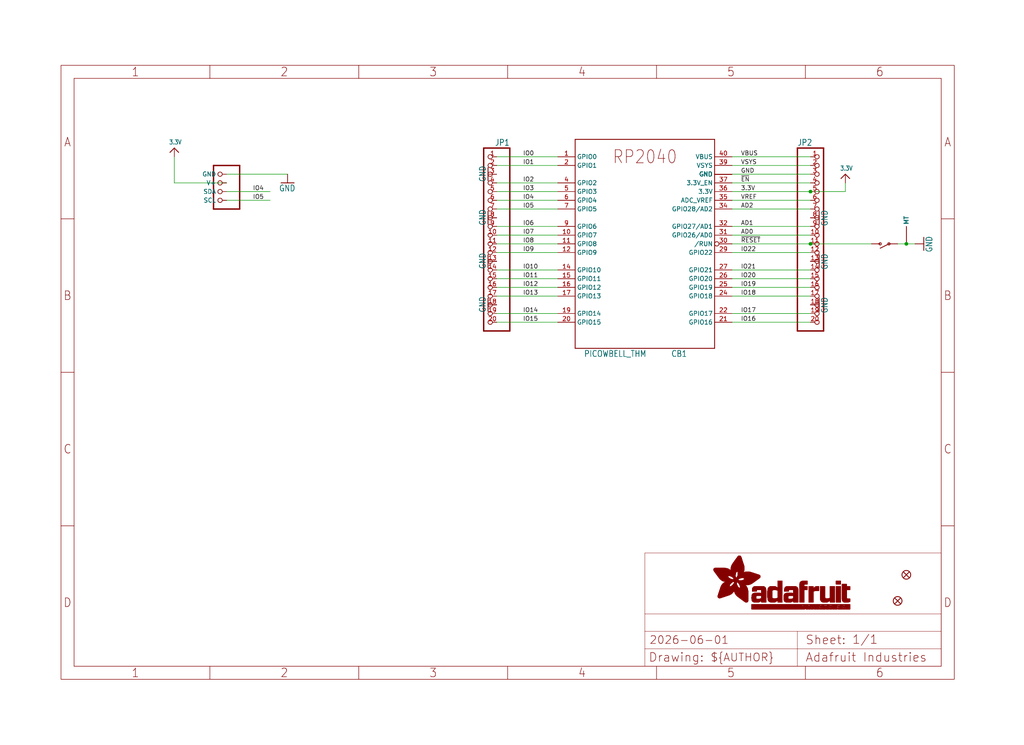
<source format=kicad_sch>
(kicad_sch (version 20230121) (generator eeschema)
  (paper "User" 298.45 217.322)
  (lib_symbols
    (symbol "working-eagle-import:3.3V" (power)
      (property "Value" "3.3V" (at -1.524 1.016 0))
      (symbol "3.3V_1_0"
        (pin power_in line (at 0 -2.54 90) (length 2.54) (name "3.3V") (number "1"))
      )
    )
    (symbol "working-eagle-import:FIDUCIAL_1MM")
    (symbol "working-eagle-import:FRAME_A4_ADAFRUIT"
      (symbol "FRAME_A4_ADAFRUIT_1_0"
        (text "${#}/${##}" (at 230.505 10.16 0) (effects (font (size 2.54 2.54)) (justify left bottom)))
        (text "${AUTHOR}" (at 189.23 5.08 0) (effects (font (size 2.286 2.286)) (justify left bottom)))
        (text "${CURRENT_DATE}" (at 171.45 10.16 0) (effects (font (size 2.286 2.286)) (justify left bottom)))
        (text "${PROJECTNAME}" (at 171.45 15.24 0) (effects (font (size 2.54 2.54)) (justify left bottom)))
        (text "1" (at 21.6958 1.905 0) (effects (font (size 2.54 2.286))))
        (text "1" (at 21.6958 177.165 0) (effects (font (size 2.54 2.286))))
        (text "2" (at 65.0875 1.905 0) (effects (font (size 2.54 2.286))))
        (text "2" (at 65.0875 177.165 0) (effects (font (size 2.54 2.286))))
        (text "3" (at 108.4792 1.905 0) (effects (font (size 2.54 2.286))))
        (text "3" (at 108.4792 177.165 0) (effects (font (size 2.54 2.286))))
        (text "4" (at 151.8708 1.905 0) (effects (font (size 2.54 2.286))))
        (text "4" (at 151.8708 177.165 0) (effects (font (size 2.54 2.286))))
        (text "5" (at 195.2625 1.905 0) (effects (font (size 2.54 2.286))))
        (text "5" (at 195.2625 177.165 0) (effects (font (size 2.54 2.286))))
        (text "6" (at 238.6542 1.905 0) (effects (font (size 2.54 2.286))))
        (text "6" (at 238.6542 177.165 0) (effects (font (size 2.54 2.286))))
        (text "A" (at 1.905 156.6863 0) (effects (font (size 2.54 2.286))))
        (text "A" (at 258.445 156.6863 0) (effects (font (size 2.54 2.286))))
        (text "Adafruit Industries" (at 216.916 4.953 0) (effects (font (size 2.54 2.54)) (justify left bottom)))
        (text "B" (at 1.905 111.9188 0) (effects (font (size 2.54 2.286))))
        (text "B" (at 258.445 111.9188 0) (effects (font (size 2.54 2.286))))
        (text "C" (at 1.905 67.1513 0) (effects (font (size 2.54 2.286))))
        (text "C" (at 258.445 67.1513 0) (effects (font (size 2.54 2.286))))
        (text "D" (at 1.905 22.3838 0) (effects (font (size 2.54 2.286))))
        (text "D" (at 258.445 22.3838 0) (effects (font (size 2.54 2.286))))
        (text "Drawing:" (at 171.196 4.953 0) (effects (font (size 2.54 2.54)) (justify left bottom)))
        (text "Sheet:" (at 216.916 10.033 0) (effects (font (size 2.54 2.54)) (justify left bottom)))
      )
    )
    (symbol "working-eagle-import:GND" (power)
      (property "Value" "GND" (at -2.54 -2.54 0))
      (symbol "GND_1_0"
        (pin power_in line (at 0 2.54 270) (length 2.54) (name "GND") (number "1"))
      )
    )
    (symbol "working-eagle-import:HEADER-1X20_70MIL"
      (property "Reference" "JP" (at -6.35 26.035 0))
      (symbol "HEADER-1X20_70MIL_1_0"
        (pin passive inverted (at -2.54 22.86 0) (length 2.54) (name "1") (number "1"))
        (pin passive inverted (at -2.54 0 0) (length 2.54) (name "10") (number "10"))
        (pin passive inverted (at -2.54 -2.54 0) (length 2.54) (name "11") (number "11"))
        (pin passive inverted (at -2.54 -5.08 0) (length 2.54) (name "12") (number "12"))
        (pin passive inverted (at -2.54 -7.62 0) (length 2.54) (name "13") (number "13"))
        (pin passive inverted (at -2.54 -10.16 0) (length 2.54) (name "14") (number "14"))
        (pin passive inverted (at -2.54 -12.7 0) (length 2.54) (name "15") (number "15"))
        (pin passive inverted (at -2.54 -15.24 0) (length 2.54) (name "16") (number "16"))
        (pin passive inverted (at -2.54 -17.78 0) (length 2.54) (name "17") (number "17"))
        (pin passive inverted (at -2.54 -20.32 0) (length 2.54) (name "18") (number "18"))
        (pin passive inverted (at -2.54 -22.86 0) (length 2.54) (name "19") (number "19"))
        (pin passive inverted (at -2.54 20.32 0) (length 2.54) (name "2") (number "2"))
        (pin passive inverted (at -2.54 -25.4 0) (length 2.54) (name "20") (number "20"))
        (pin passive inverted (at -2.54 17.78 0) (length 2.54) (name "3") (number "3"))
        (pin passive inverted (at -2.54 15.24 0) (length 2.54) (name "4") (number "4"))
        (pin passive inverted (at -2.54 12.7 0) (length 2.54) (name "5") (number "5"))
        (pin passive inverted (at -2.54 10.16 0) (length 2.54) (name "6") (number "6"))
        (pin passive inverted (at -2.54 7.62 0) (length 2.54) (name "7") (number "7"))
        (pin passive inverted (at -2.54 5.08 0) (length 2.54) (name "8") (number "8"))
        (pin passive inverted (at -2.54 2.54 0) (length 2.54) (name "9") (number "9"))
      )
    )
    (symbol "working-eagle-import:PICOWBELL_THM"
      (property "Reference" "CB" (at 7.62 -33.02 0))
      (symbol "PICOWBELL_THM_1_0"
        (text "RP2040" (at 0 25.4 0) (effects (font (size 3.81 3.2385))))
        (pin bidirectional line (at -25.4 25.4 0) (length 5.08) (name "GPIO0") (number "1"))
        (pin bidirectional line (at -25.4 2.54 0) (length 5.08) (name "GPIO7") (number "10"))
        (pin bidirectional line (at -25.4 0 0) (length 5.08) (name "GPIO8") (number "11"))
        (pin bidirectional line (at -25.4 -2.54 0) (length 5.08) (name "GPIO9") (number "12"))
        (pin power_in line (at 25.4 20.32 180) (length 5.08) (name "GND") (number "13"))
        (pin bidirectional line (at -25.4 -7.62 0) (length 5.08) (name "GPIO10") (number "14"))
        (pin bidirectional line (at -25.4 -10.16 0) (length 5.08) (name "GPIO11") (number "15"))
        (pin bidirectional line (at -25.4 -12.7 0) (length 5.08) (name "GPIO12") (number "16"))
        (pin bidirectional line (at -25.4 -15.24 0) (length 5.08) (name "GPIO13") (number "17"))
        (pin power_in line (at 25.4 20.32 180) (length 5.08) (name "GND") (number "18"))
        (pin bidirectional line (at -25.4 -20.32 0) (length 5.08) (name "GPIO14") (number "19"))
        (pin bidirectional line (at -25.4 22.86 0) (length 5.08) (name "GPIO1") (number "2"))
        (pin bidirectional line (at -25.4 -22.86 0) (length 5.08) (name "GPIO15") (number "20"))
        (pin bidirectional line (at 25.4 -22.86 180) (length 5.08) (name "GPIO16") (number "21"))
        (pin bidirectional line (at 25.4 -20.32 180) (length 5.08) (name "GPIO17") (number "22"))
        (pin power_in line (at 25.4 20.32 180) (length 5.08) (name "GND") (number "23"))
        (pin bidirectional line (at 25.4 -15.24 180) (length 5.08) (name "GPIO18") (number "24"))
        (pin bidirectional line (at 25.4 -12.7 180) (length 5.08) (name "GPIO19") (number "25"))
        (pin bidirectional line (at 25.4 -10.16 180) (length 5.08) (name "GPIO20") (number "26"))
        (pin bidirectional line (at 25.4 -7.62 180) (length 5.08) (name "GPIO21") (number "27"))
        (pin power_in line (at 25.4 20.32 180) (length 5.08) (name "GND") (number "28"))
        (pin bidirectional line (at 25.4 -2.54 180) (length 5.08) (name "GPIO22") (number "29"))
        (pin power_in line (at 25.4 20.32 180) (length 5.08) (name "GND") (number "3"))
        (pin bidirectional inverted (at 25.4 0 180) (length 5.08) (name "/RUN") (number "30"))
        (pin bidirectional line (at 25.4 2.54 180) (length 5.08) (name "GPIO26/AD0") (number "31"))
        (pin bidirectional line (at 25.4 5.08 180) (length 5.08) (name "GPIO27/AD1") (number "32"))
        (pin power_in line (at 25.4 20.32 180) (length 5.08) (name "GND") (number "33"))
        (pin bidirectional line (at 25.4 10.16 180) (length 5.08) (name "GPIO28/AD2") (number "34"))
        (pin passive line (at 25.4 12.7 180) (length 5.08) (name "ADC_VREF") (number "35"))
        (pin power_in line (at 25.4 15.24 180) (length 5.08) (name "3.3V") (number "36"))
        (pin passive line (at 25.4 17.78 180) (length 5.08) (name "3.3V_EN") (number "37"))
        (pin power_in line (at 25.4 20.32 180) (length 5.08) (name "GND") (number "38"))
        (pin power_in line (at 25.4 22.86 180) (length 5.08) (name "VSYS") (number "39"))
        (pin bidirectional line (at -25.4 17.78 0) (length 5.08) (name "GPIO2") (number "4"))
        (pin power_in line (at 25.4 25.4 180) (length 5.08) (name "VBUS") (number "40"))
        (pin bidirectional line (at -25.4 15.24 0) (length 5.08) (name "GPIO3") (number "5"))
        (pin bidirectional line (at -25.4 12.7 0) (length 5.08) (name "GPIO4") (number "6"))
        (pin bidirectional line (at -25.4 10.16 0) (length 5.08) (name "GPIO5") (number "7"))
        (pin power_in line (at 25.4 20.32 180) (length 5.08) (name "GND") (number "8"))
        (pin bidirectional line (at -25.4 5.08 0) (length 5.08) (name "GPIO6") (number "9"))
      )
    )
    (symbol "working-eagle-import:STEMMA_I2C_QT"
      (symbol "STEMMA_I2C_QT_1_0"
        (pin passive inverted (at 0 5.08 0) (length 2.54) (name "GND") (number "1"))
        (pin passive inverted (at 0 2.54 0) (length 2.54) (name "V+") (number "2"))
        (pin passive inverted (at 0 0 0) (length 2.54) (name "SDA") (number "3"))
        (pin passive inverted (at 0 -2.54 0) (length 2.54) (name "SCL") (number "4"))
      )
      (symbol "STEMMA_I2C_QT_2_0"
        (pin bidirectional line (at 0 0 0) (length 5.08) (name "MT") (number "MT1"))
      )
      (symbol "STEMMA_I2C_QT_3_0"
        (pin bidirectional line (at 0 0 0) (length 5.08) (name "MT") (number "MT2"))
      )
    )
    (symbol "working-eagle-import:SWITCH_SPST_MNT_TACT_RA"
      (symbol "SWITCH_SPST_MNT_TACT_RA_1_0"
        (pin passive line (at -5.08 0 0) (length 2.54) (name "P") (number "1"))
        (pin passive line (at 2.54 0 180) (length 2.54) (name "S") (number "2"))
      )
      (symbol "SWITCH_SPST_MNT_TACT_RA_2_0"
        (pin bidirectional line (at 0 0 0) (length 5.08) (name "MT") (number "MT1"))
        (pin bidirectional line (at 0 0 0) (length 5.08) (name "MT") (number "MT2"))
      )
    )
  )
  (junction (at 264.16 71.12))
  (junction (at 236.22 55.88))
  (junction (at 236.22 71.12))
  (wire (pts (xy 144.78 91.44) (xy 162.56 91.44)) (stroke (width 0.1524)))
  (wire (pts (xy 236.22 58.42) (xy 213.36 58.42)) (stroke (width 0.1524)))
  (wire (pts (xy 144.78 86.36) (xy 162.56 86.36)) (stroke (width 0.1524)))
  (wire (pts (xy 236.22 48.26) (xy 213.36 48.26)) (stroke (width 0.1524)))
  (wire (pts (xy 144.78 73.66) (xy 162.56 73.66)) (stroke (width 0.1524)))
  (wire (pts (xy 144.78 55.88) (xy 162.56 55.88)) (stroke (width 0.1524)))
  (wire (pts (xy 144.78 66.04) (xy 162.56 66.04)) (stroke (width 0.1524)))
  (wire (pts (xy 144.78 48.26) (xy 162.56 48.26)) (stroke (width 0.1524)))
  (wire (pts (xy 266.7 71.12) (xy 264.16 71.12)) (stroke (width 0.1524)))
  (wire (pts (xy 66.04 58.42) (xy 78.74 58.42)) (stroke (width 0.1524)))
  (wire (pts (xy 236.22 45.72) (xy 213.36 45.72)) (stroke (width 0.1524)))
  (wire (pts (xy 144.78 53.34) (xy 162.56 53.34)) (stroke (width 0.1524)))
  (wire (pts (xy 236.22 68.58) (xy 213.36 68.58)) (stroke (width 0.1524)))
  (wire (pts (xy 236.22 86.36) (xy 213.36 86.36)) (stroke (width 0.1524)))
  (wire (pts (xy 236.22 81.28) (xy 213.36 81.28)) (stroke (width 0.1524)))
  (wire (pts (xy 236.22 73.66) (xy 213.36 73.66)) (stroke (width 0.1524)))
  (wire (pts (xy 144.78 68.58) (xy 162.56 68.58)) (stroke (width 0.1524)))
  (wire (pts (xy 50.8 53.34) (xy 50.8 45.72)) (stroke (width 0.1524)))
  (wire (pts (xy 236.22 50.8) (xy 213.36 50.8)) (stroke (width 0.1524)))
  (wire (pts (xy 66.04 50.8) (xy 83.82 50.8)) (stroke (width 0.1524)))
  (wire (pts (xy 144.78 78.74) (xy 162.56 78.74)) (stroke (width 0.1524)))
  (wire (pts (xy 254 71.12) (xy 236.22 71.12)) (stroke (width 0.1524)))
  (wire (pts (xy 144.78 71.12) (xy 162.56 71.12)) (stroke (width 0.1524)))
  (wire (pts (xy 236.22 71.12) (xy 213.36 71.12)) (stroke (width 0.1524)))
  (wire (pts (xy 236.22 78.74) (xy 213.36 78.74)) (stroke (width 0.1524)))
  (wire (pts (xy 236.22 83.82) (xy 213.36 83.82)) (stroke (width 0.1524)))
  (wire (pts (xy 144.78 60.96) (xy 162.56 60.96)) (stroke (width 0.1524)))
  (wire (pts (xy 236.22 55.88) (xy 246.38 55.88)) (stroke (width 0.1524)))
  (wire (pts (xy 66.04 53.34) (xy 50.8 53.34)) (stroke (width 0.1524)))
  (wire (pts (xy 144.78 81.28) (xy 162.56 81.28)) (stroke (width 0.1524)))
  (wire (pts (xy 236.22 60.96) (xy 213.36 60.96)) (stroke (width 0.1524)))
  (wire (pts (xy 236.22 66.04) (xy 213.36 66.04)) (stroke (width 0.1524)))
  (wire (pts (xy 236.22 55.88) (xy 213.36 55.88)) (stroke (width 0.1524)))
  (wire (pts (xy 144.78 45.72) (xy 162.56 45.72)) (stroke (width 0.1524)))
  (wire (pts (xy 236.22 93.98) (xy 213.36 93.98)) (stroke (width 0.1524)))
  (wire (pts (xy 144.78 83.82) (xy 162.56 83.82)) (stroke (width 0.1524)))
  (wire (pts (xy 236.22 53.34) (xy 213.36 53.34)) (stroke (width 0.1524)))
  (wire (pts (xy 261.62 71.12) (xy 264.16 71.12)) (stroke (width 0.1524)))
  (wire (pts (xy 246.38 55.88) (xy 246.38 53.34)) (stroke (width 0.1524)))
  (wire (pts (xy 236.22 91.44) (xy 213.36 91.44)) (stroke (width 0.1524)))
  (wire (pts (xy 144.78 93.98) (xy 162.56 93.98)) (stroke (width 0.1524)))
  (wire (pts (xy 66.04 55.88) (xy 78.74 55.88)) (stroke (width 0.1524)))
  (wire (pts (xy 144.78 58.42) (xy 162.56 58.42)) (stroke (width 0.1524)))
  (label "GND" (at 215.9 50.8 0) (effects (font (size 1.2446 1.2446))))
  (label "IO11" (at 152.4 81.28 0) (effects (font (size 1.2446 1.2446))))
  (label "IO9" (at 152.4 73.66 0) (effects (font (size 1.2446 1.2446))))
  (label "IO22" (at 215.9 73.66 0) (effects (font (size 1.2446 1.2446))))
  (label "IO2" (at 152.4 53.34 0) (effects (font (size 1.2446 1.2446))))
  (label "~{EN}" (at 215.9 53.34 0) (effects (font (size 1.2446 1.2446))))
  (label "AD2" (at 215.9 60.96 0) (effects (font (size 1.2446 1.2446))))
  (label "IO18" (at 215.9 86.36 0) (effects (font (size 1.2446 1.2446))))
  (label "IO7" (at 152.4 68.58 0) (effects (font (size 1.2446 1.2446))))
  (label "IO10" (at 152.4 78.74 0) (effects (font (size 1.2446 1.2446))))
  (label "IO16" (at 215.9 93.98 0) (effects (font (size 1.2446 1.2446))))
  (label "VSYS" (at 215.9 48.26 0) (effects (font (size 1.2446 1.2446))))
  (label "VREF" (at 215.9 58.42 0) (effects (font (size 1.2446 1.2446))))
  (label "AD1" (at 215.9 66.04 0) (effects (font (size 1.2446 1.2446))))
  (label "3.3V" (at 215.9 55.88 0) (effects (font (size 1.2446 1.2446))))
  (label "IO8" (at 152.4 71.12 0) (effects (font (size 1.2446 1.2446))))
  (label "IO5" (at 73.66 58.42 0) (effects (font (size 1.2446 1.2446))))
  (label "IO6" (at 152.4 66.04 0) (effects (font (size 1.2446 1.2446))))
  (label "IO15" (at 152.4 93.98 0) (effects (font (size 1.2446 1.2446))))
  (label "IO5" (at 152.4 60.96 0) (effects (font (size 1.2446 1.2446))))
  (label "~{RESET}" (at 215.9 71.12 0) (effects (font (size 1.2446 1.2446))))
  (label "AD0" (at 215.9 68.58 0) (effects (font (size 1.2446 1.2446))))
  (label "IO19" (at 215.9 83.82 0) (effects (font (size 1.2446 1.2446))))
  (label "IO21" (at 215.9 78.74 0) (effects (font (size 1.2446 1.2446))))
  (label "IO17" (at 215.9 91.44 0) (effects (font (size 1.2446 1.2446))))
  (label "IO13" (at 152.4 86.36 0) (effects (font (size 1.2446 1.2446))))
  (label "IO12" (at 152.4 83.82 0) (effects (font (size 1.2446 1.2446))))
  (label "IO1" (at 152.4 48.26 0) (effects (font (size 1.2446 1.2446))))
  (label "IO4" (at 73.66 55.88 0) (effects (font (size 1.2446 1.2446))))
  (label "IO14" (at 152.4 91.44 0) (effects (font (size 1.2446 1.2446))))
  (label "IO20" (at 215.9 81.28 0) (effects (font (size 1.2446 1.2446))))
  (label "IO3" (at 152.4 55.88 0) (effects (font (size 1.2446 1.2446))))
  (label "IO4" (at 152.4 58.42 0) (effects (font (size 1.2446 1.2446))))
  (label "VBUS" (at 215.9 45.72 0) (effects (font (size 1.2446 1.2446))))
  (label "IO0" (at 152.4 45.72 0) (effects (font (size 1.2446 1.2446))))
  (symbol (lib_id "working-eagle-import:GND") (at 142.24 76.2 270) (unit 1)
    (property "Reference" "#GND5" (effects hide))
    (property "Value" "GND" (at 139.7 73.66 0) (effects (font (size 1.778 1.5113)) (justify left bottom)))
  )
  (symbol (lib_id "working-eagle-import:FIDUCIAL_1MM") (at 264.16 167.64 0) (unit 1)
    (property "Reference" "FID1" (effects hide))
    (property "Value" "FIDUCIAL_1MM" (effects hide))
    (property "Footprint" "working:FIDUCIAL_1MM" (effects hide))
  )
  (symbol (lib_id "working-eagle-import:FIDUCIAL_1MM") (at 261.62 175.26 0) (unit 1)
    (property "Reference" "FID2" (effects hide))
    (property "Value" "FIDUCIAL_1MM" (effects hide))
    (property "Footprint" "working:FIDUCIAL_1MM" (effects hide))
  )
  (symbol (lib_id "working-eagle-import:HEADER-1X20_70MIL") (at 142.24 68.58 0) (mirror y) (unit 1)
    (property "Reference" "JP1" (at 148.59 42.545 0) (effects (font (size 1.778 1.5113)) (justify left bottom)))
    (property "Value" "HEADER-1X20_70MIL" (effects hide))
    (property "Footprint" "working:1X20_ROUND_70MIL" (effects hide))
  )
  (symbol (lib_id "working-eagle-import:STEMMA_I2C_QT") (at 66.04 55.88 0) (mirror y) (unit 1)
    (property "Reference" "CONN1" (effects hide))
    (property "Value" "STEMMA_I2C_QT" (effects hide))
    (property "Footprint" "working:JST_SH4" (effects hide))
  )
  (symbol (lib_id "working-eagle-import:PICOWBELL_THM") (at 187.96 71.12 0) (unit 1)
    (property "Reference" "CB1" (at 195.58 104.14 0) (effects (font (size 1.778 1.5113)) (justify left bottom)))
    (property "Value" "PICOWBELL_THM" (at 170.18 104.14 0) (effects (font (size 1.778 1.5113)) (justify left bottom)))
    (property "Footprint" "working:PICOWBELL" (effects hide))
  )
  (symbol (lib_id "working-eagle-import:GND") (at 142.24 88.9 270) (unit 1)
    (property "Reference" "#GND4" (effects hide))
    (property "Value" "GND" (at 139.7 86.36 0) (effects (font (size 1.778 1.5113)) (justify left bottom)))
  )
  (symbol (lib_id "working-eagle-import:SWITCH_SPST_MNT_TACT_RA") (at 264.16 71.12 90) (unit 2)
    (property "Reference" "SW1" (effects hide))
    (property "Value" "RA Tact" (effects hide))
    (property "Footprint" "working:SPST_TACTILE_RA" (effects hide))
  )
  (symbol (lib_id "working-eagle-import:SWITCH_SPST_MNT_TACT_RA") (at 256.54 71.12 180) (unit 1)
    (property "Reference" "SW1" (effects hide))
    (property "Value" "RA Tact" (effects hide))
    (property "Footprint" "working:SPST_TACTILE_RA" (effects hide))
  )
  (symbol (lib_id "working-eagle-import:GND") (at 238.76 88.9 90) (unit 1)
    (property "Reference" "#GND3" (effects hide))
    (property "Value" "GND" (at 241.3 91.44 0) (effects (font (size 1.778 1.5113)) (justify left bottom)))
  )
  (symbol (lib_id "working-eagle-import:GND") (at 238.76 63.5 90) (unit 1)
    (property "Reference" "#GND1" (effects hide))
    (property "Value" "GND" (at 241.3 66.04 0) (effects (font (size 1.778 1.5113)) (justify left bottom)))
  )
  (symbol (lib_id "working-eagle-import:GND") (at 269.24 71.12 90) (unit 1)
    (property "Reference" "#GND8" (effects hide))
    (property "Value" "GND" (at 271.78 73.66 0) (effects (font (size 1.778 1.5113)) (justify left bottom)))
  )
  (symbol (lib_id "working-eagle-import:GND") (at 83.82 53.34 0) (unit 1)
    (property "Reference" "#GND9" (effects hide))
    (property "Value" "GND" (at 81.28 55.88 0) (effects (font (size 1.778 1.5113)) (justify left bottom)))
  )
  (symbol (lib_id "working-eagle-import:HEADER-1X20_70MIL") (at 238.76 68.58 0) (unit 1)
    (property "Reference" "JP2" (at 232.41 42.545 0) (effects (font (size 1.778 1.5113)) (justify left bottom)))
    (property "Value" "HEADER-1X20_70MIL" (effects hide))
    (property "Footprint" "working:1X20_ROUND_70MIL" (effects hide))
  )
  (symbol (lib_id "working-eagle-import:FRAME_A4_ADAFRUIT") (at 17.78 198.12 0) (unit 1)
    (property "Reference" "#U$1" (effects hide))
    (property "Value" "FRAME_A4_ADAFRUIT" (effects hide))
  )
  (symbol (lib_id "working-eagle-import:GND") (at 238.76 76.2 90) (unit 1)
    (property "Reference" "#GND2" (effects hide))
    (property "Value" "GND" (at 241.3 78.74 0) (effects (font (size 1.778 1.5113)) (justify left bottom)))
  )
  (symbol (lib_id "working-eagle-import:3.3V") (at 246.38 50.8 0) (unit 1)
    (property "Reference" "#U$4" (effects hide))
    (property "Value" "3.3V" (at 244.856 49.784 0) (effects (font (size 1.27 1.0795)) (justify left bottom)))
  )
  (symbol (lib_id "working-eagle-import:GND") (at 142.24 63.5 270) (unit 1)
    (property "Reference" "#GND6" (effects hide))
    (property "Value" "GND" (at 139.7 60.96 0) (effects (font (size 1.778 1.5113)) (justify left bottom)))
  )
  (symbol (lib_id "working-eagle-import:3.3V") (at 50.8 43.18 0) (unit 1)
    (property "Reference" "#U$3" (effects hide))
    (property "Value" "3.3V" (at 49.276 42.164 0) (effects (font (size 1.27 1.0795)) (justify left bottom)))
  )
  (symbol (lib_id "working-eagle-import:GND") (at 142.24 50.8 270) (unit 1)
    (property "Reference" "#GND7" (effects hide))
    (property "Value" "GND" (at 139.7 48.26 0) (effects (font (size 1.778 1.5113)) (justify left bottom)))
  )
)
</source>
